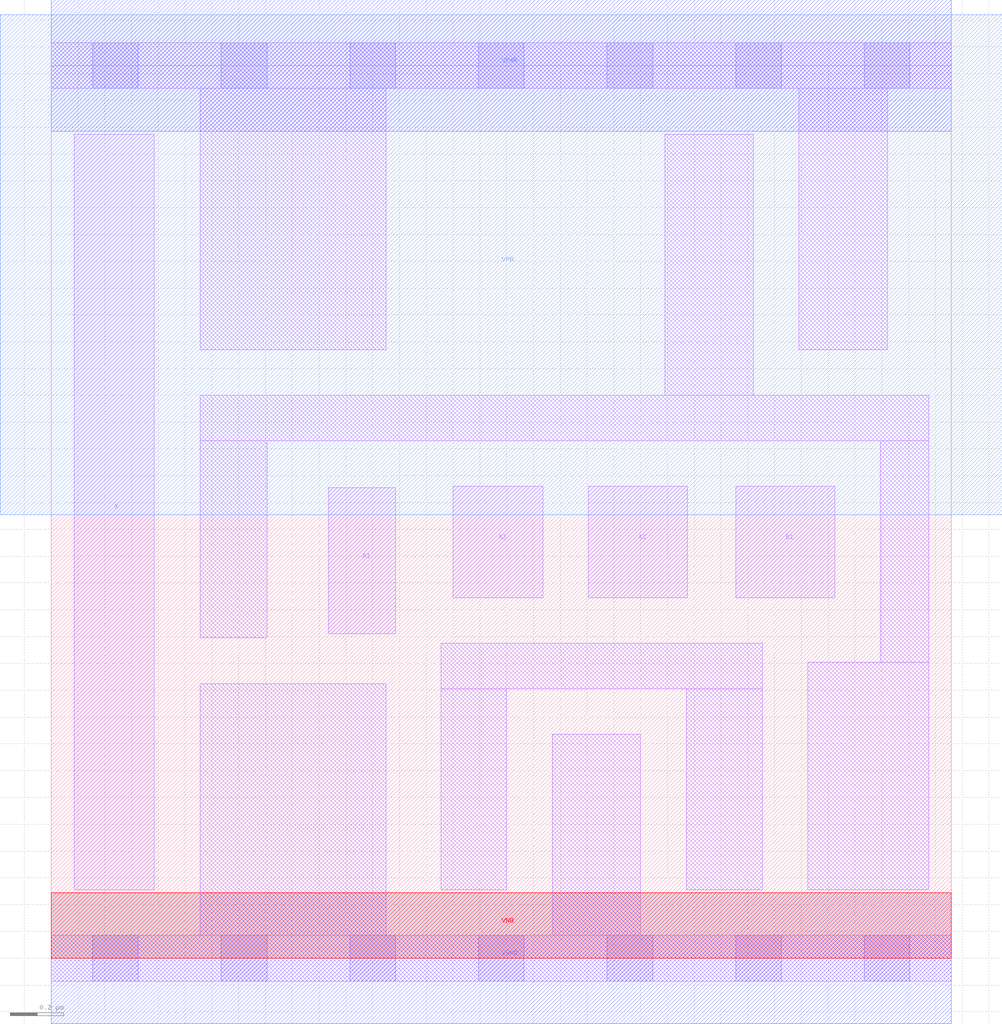
<source format=lef>
# Copyright 2020 The SkyWater PDK Authors
#
# Licensed under the Apache License, Version 2.0 (the "License");
# you may not use this file except in compliance with the License.
# You may obtain a copy of the License at
#
#     https://www.apache.org/licenses/LICENSE-2.0
#
# Unless required by applicable law or agreed to in writing, software
# distributed under the License is distributed on an "AS IS" BASIS,
# WITHOUT WARRANTIES OR CONDITIONS OF ANY KIND, either express or implied.
# See the License for the specific language governing permissions and
# limitations under the License.
#
# SPDX-License-Identifier: Apache-2.0

VERSION 5.7 ;
  NOWIREEXTENSIONATPIN ON ;
  DIVIDERCHAR "/" ;
  BUSBITCHARS "[]" ;
MACRO sky130_fd_sc_lp__o31a_1
  CLASS CORE ;
  FOREIGN sky130_fd_sc_lp__o31a_1 ;
  ORIGIN  0.000000  0.000000 ;
  SIZE  3.360000 BY  3.330000 ;
  SYMMETRY X Y R90 ;
  SITE unit ;
  PIN A1
    ANTENNAGATEAREA  0.315000 ;
    DIRECTION INPUT ;
    USE SIGNAL ;
    PORT
      LAYER li1 ;
        RECT 1.035000 1.210000 1.285000 1.755000 ;
    END
  END A1
  PIN A2
    ANTENNAGATEAREA  0.315000 ;
    DIRECTION INPUT ;
    USE SIGNAL ;
    PORT
      LAYER li1 ;
        RECT 1.500000 1.345000 1.835000 1.760000 ;
    END
  END A2
  PIN A3
    ANTENNAGATEAREA  0.315000 ;
    DIRECTION INPUT ;
    USE SIGNAL ;
    PORT
      LAYER li1 ;
        RECT 2.005000 1.345000 2.375000 1.760000 ;
    END
  END A3
  PIN B1
    ANTENNAGATEAREA  0.315000 ;
    DIRECTION INPUT ;
    USE SIGNAL ;
    PORT
      LAYER li1 ;
        RECT 2.555000 1.345000 2.925000 1.760000 ;
    END
  END B1
  PIN X
    ANTENNADIFFAREA  0.556500 ;
    DIRECTION OUTPUT ;
    USE SIGNAL ;
    PORT
      LAYER li1 ;
        RECT 0.085000 0.255000 0.385000 3.075000 ;
    END
  END X
  PIN VGND
    DIRECTION INOUT ;
    USE GROUND ;
    PORT
      LAYER met1 ;
        RECT 0.000000 -0.245000 3.360000 0.245000 ;
    END
  END VGND
  PIN VNB
    DIRECTION INOUT ;
    USE GROUND ;
    PORT
      LAYER pwell ;
        RECT 0.000000 0.000000 3.360000 0.245000 ;
    END
  END VNB
  PIN VPB
    DIRECTION INOUT ;
    USE POWER ;
    PORT
      LAYER nwell ;
        RECT -0.190000 1.655000 3.550000 3.520000 ;
    END
  END VPB
  PIN VPWR
    DIRECTION INOUT ;
    USE POWER ;
    PORT
      LAYER met1 ;
        RECT 0.000000 3.085000 3.360000 3.575000 ;
    END
  END VPWR
  OBS
    LAYER li1 ;
      RECT 0.000000 -0.085000 3.360000 0.085000 ;
      RECT 0.000000  3.245000 3.360000 3.415000 ;
      RECT 0.555000  0.085000 1.250000 1.025000 ;
      RECT 0.555000  1.195000 0.805000 1.930000 ;
      RECT 0.555000  1.930000 3.275000 2.100000 ;
      RECT 0.555000  2.270000 1.250000 3.245000 ;
      RECT 1.455000  0.255000 1.700000 1.005000 ;
      RECT 1.455000  1.005000 2.655000 1.175000 ;
      RECT 1.870000  0.085000 2.200000 0.835000 ;
      RECT 2.290000  2.100000 2.620000 3.075000 ;
      RECT 2.370000  0.255000 2.655000 1.005000 ;
      RECT 2.790000  2.270000 3.120000 3.245000 ;
      RECT 2.825000  0.255000 3.275000 1.105000 ;
      RECT 3.095000  1.105000 3.275000 1.930000 ;
    LAYER mcon ;
      RECT 0.155000 -0.085000 0.325000 0.085000 ;
      RECT 0.155000  3.245000 0.325000 3.415000 ;
      RECT 0.635000 -0.085000 0.805000 0.085000 ;
      RECT 0.635000  3.245000 0.805000 3.415000 ;
      RECT 1.115000 -0.085000 1.285000 0.085000 ;
      RECT 1.115000  3.245000 1.285000 3.415000 ;
      RECT 1.595000 -0.085000 1.765000 0.085000 ;
      RECT 1.595000  3.245000 1.765000 3.415000 ;
      RECT 2.075000 -0.085000 2.245000 0.085000 ;
      RECT 2.075000  3.245000 2.245000 3.415000 ;
      RECT 2.555000 -0.085000 2.725000 0.085000 ;
      RECT 2.555000  3.245000 2.725000 3.415000 ;
      RECT 3.035000 -0.085000 3.205000 0.085000 ;
      RECT 3.035000  3.245000 3.205000 3.415000 ;
  END
END sky130_fd_sc_lp__o31a_1
END LIBRARY

</source>
